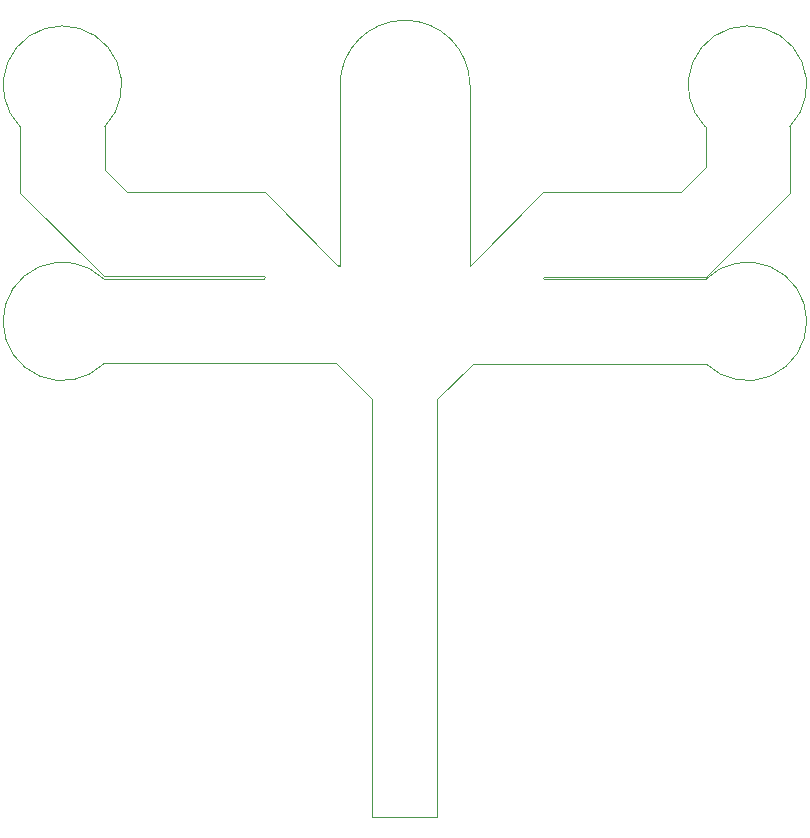
<source format=gbr>
G04 #@! TF.GenerationSoftware,KiCad,Pcbnew,(5.1.10)-1*
G04 #@! TF.CreationDate,2021-08-02T17:29:05+09:00*
G04 #@! TF.ProjectId,electrode_FPCB_rev1.2d,656c6563-7472-46f6-9465-5f465043425f,1.2d*
G04 #@! TF.SameCoordinates,Original*
G04 #@! TF.FileFunction,Profile,NP*
%FSLAX46Y46*%
G04 Gerber Fmt 4.6, Leading zero omitted, Abs format (unit mm)*
G04 Created by KiCad (PCBNEW (5.1.10)-1) date 2021-08-02 17:29:05*
%MOMM*%
%LPD*%
G01*
G04 APERTURE LIST*
G04 #@! TA.AperFunction,Profile*
%ADD10C,0.100000*%
G04 #@! TD*
G04 APERTURE END LIST*
D10*
X121749649Y-42650000D02*
X121749649Y-39250351D01*
X119650000Y-44750000D02*
X108025000Y-44750000D01*
X101800000Y-50975000D02*
X108025000Y-44750000D01*
X119650000Y-44750000D02*
X121749649Y-42650000D01*
X101800000Y-35700000D02*
X101800000Y-50975000D01*
X128900350Y-44799648D02*
X121750001Y-51949999D01*
X128899999Y-39199999D02*
X128900350Y-44799648D01*
X108150000Y-52150000D02*
G75*
G02*
X108150000Y-51950000I0J100000D01*
G01*
X121750001Y-51949999D02*
X108150000Y-51950000D01*
X121749649Y-52149649D02*
X108149649Y-52149649D01*
X102050000Y-59299999D02*
X121800001Y-59299999D01*
X99050000Y-62300000D02*
X102050000Y-59299999D01*
X70850351Y-59250351D02*
X90500000Y-59250351D01*
X93550000Y-62300000D02*
X90500000Y-59250000D01*
X90800000Y-50975000D02*
G75*
G02*
X90650000Y-50975000I-75000J0D01*
G01*
X84400000Y-51900000D02*
G75*
G02*
X84400000Y-52100000I0J-100000D01*
G01*
X84425000Y-44750000D02*
X90650000Y-50975000D01*
X90800000Y-35700000D02*
X90800000Y-50975000D01*
X70899999Y-42850000D02*
X72800000Y-44750000D01*
X84425000Y-44750000D02*
X72800000Y-44750000D01*
X70899999Y-39199999D02*
X70899999Y-42850000D01*
X70800000Y-51900000D02*
X84400000Y-51900000D01*
X70800000Y-51900000D02*
X63750000Y-44850000D01*
X63749649Y-39250351D02*
X63750000Y-44850000D01*
X70799999Y-52100001D02*
X84400000Y-52100000D01*
X93550000Y-93650000D02*
X93550000Y-62300000D01*
X99050000Y-93650000D02*
X99050000Y-62300000D01*
X99050000Y-97700000D02*
X99050000Y-93650000D01*
X93550000Y-97700000D02*
X99050000Y-97700000D01*
X93550000Y-93650000D02*
X93550000Y-97700000D01*
X121749649Y-52149649D02*
G75*
G02*
X121800001Y-59299999I3550351J-3550351D01*
G01*
X70850351Y-59250351D02*
G75*
G02*
X70799999Y-52100001I-3550351J3550351D01*
G01*
X90800000Y-35700000D02*
G75*
G02*
X101800000Y-35700000I5500000J0D01*
G01*
X121749649Y-39250351D02*
G75*
G02*
X128899999Y-39199999I3550351J3550351D01*
G01*
X63749649Y-39250351D02*
G75*
G02*
X70899999Y-39199999I3550351J3550351D01*
G01*
M02*

</source>
